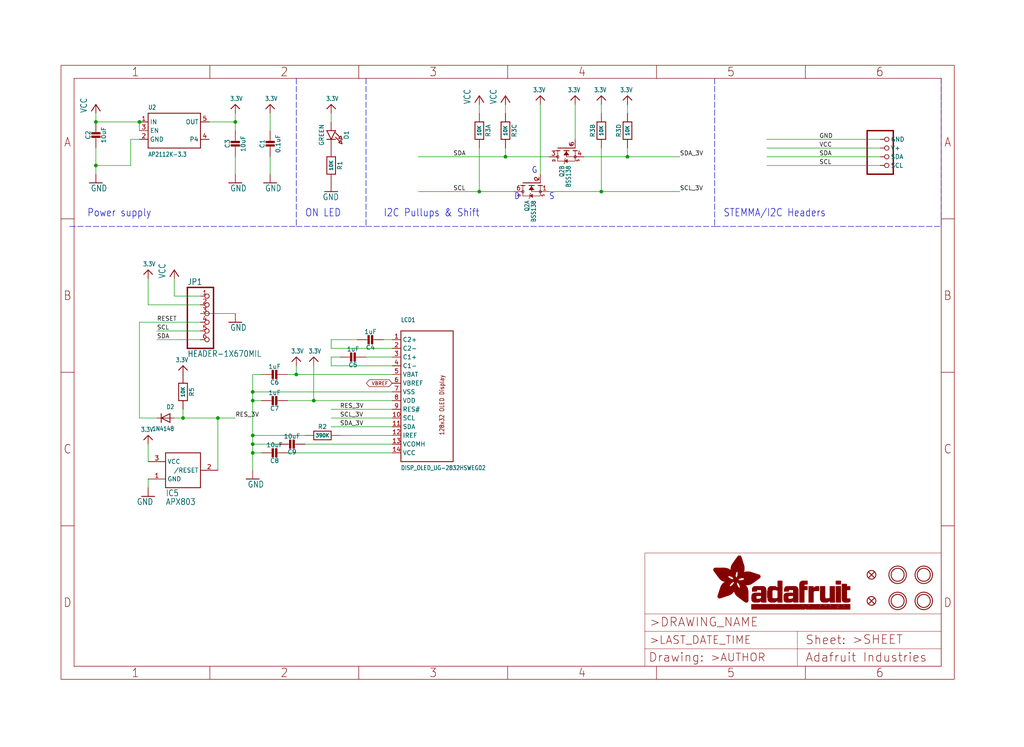
<source format=kicad_sch>
(kicad_sch (version 20211123) (generator eeschema)
  (paper "User" 298.45 217.881)
  (lib_symbols
    (symbol "eagleSchem-eagle-import:3.3V" (power)
      (property "Value" "3.3V" (at -1.524 1.016 0))
      (symbol "3.3V_1_0"
        (pin power_in line (at 0 -2.54 90) (length 2.54) (name "3.3V") (number "1"))
      )
    )
    (symbol "eagleSchem-eagle-import:AXP083-SAG"
      (property "Reference" "IC" (at -5.08 -7.62 0))
      (property "Value" "AXP083-SAG" (at -5.08 -10.16 0))
      (symbol "AXP083-SAG_1_0"
        (pin power_in line (at -10.16 -2.54 0) (length 5.08) (name "GND") (number "1"))
        (pin output line (at 10.16 0 180) (length 5.08) (name "/RESET") (number "2"))
        (pin power_in line (at -10.16 2.54 0) (length 5.08) (name "VCC") (number "3"))
      )
    )
    (symbol "eagleSchem-eagle-import:CAP_CERAMIC0603_NO"
      (property "Reference" "C" (at -2.29 1.25 90))
      (property "Value" "CAP_CERAMIC0603_NO" (at 2.3 1.25 90))
      (symbol "CAP_CERAMIC0603_NO_1_0"
        (pin passive line (at 0 5.08 270) (length 2.54) (name "1") (number "1"))
        (pin passive line (at 0 -2.54 90) (length 2.54) (name "2") (number "2"))
      )
    )
    (symbol "eagleSchem-eagle-import:CAP_CERAMIC0805-NOOUTLINE"
      (property "Reference" "C" (at -2.29 1.25 90))
      (property "Value" "CAP_CERAMIC0805-NOOUTLINE" (at 2.3 1.25 90))
      (symbol "CAP_CERAMIC0805-NOOUTLINE_1_0"
        (pin passive line (at 0 5.08 270) (length 2.54) (name "1") (number "1"))
        (pin passive line (at 0 -2.54 90) (length 2.54) (name "2") (number "2"))
      )
    )
    (symbol "eagleSchem-eagle-import:DIODESOD-323F"
      (property "Reference" "D" (at -2.54 2.54 0))
      (property "Value" "DIODESOD-323F" (at -2.54 -3.81 0))
      (symbol "DIODESOD-323F_1_0"
        (pin passive line (at -2.54 0 0) (length 2.54) (name "A") (number "A"))
        (pin passive line (at 2.54 0 180) (length 2.54) (name "C") (number "C"))
      )
    )
    (symbol "eagleSchem-eagle-import:DISP_OLED_UG-2832HSWEG02"
      (property "Reference" "LCD" (at -7.62 22.86 0))
      (property "Value" "DISP_OLED_UG-2832HSWEG02" (at -7.62 -20.32 0))
      (symbol "DISP_OLED_UG-2832HSWEG02_1_0"
        (text "128x32 OLED Display" (at 5.08 -10.16 900) (effects (font (size 1.27 1.0795)) (justify left bottom)))
        (pin bidirectional line (at -10.16 17.78 0) (length 2.54) (name "C2+") (number "1"))
        (pin bidirectional line (at -10.16 -5.08 0) (length 2.54) (name "SCL") (number "10"))
        (pin bidirectional line (at -10.16 -7.62 0) (length 2.54) (name "SDA") (number "11"))
        (pin bidirectional line (at -10.16 -10.16 0) (length 2.54) (name "IREF") (number "12"))
        (pin power_in line (at -10.16 -12.7 0) (length 2.54) (name "VCOMH") (number "13"))
        (pin power_in line (at -10.16 -15.24 0) (length 2.54) (name "VCC") (number "14"))
        (pin bidirectional line (at -10.16 15.24 0) (length 2.54) (name "C2-") (number "2"))
        (pin bidirectional line (at -10.16 12.7 0) (length 2.54) (name "C1+") (number "3"))
        (pin bidirectional line (at -10.16 10.16 0) (length 2.54) (name "C1-") (number "4"))
        (pin power_in line (at -10.16 7.62 0) (length 2.54) (name "VBAT") (number "5"))
        (pin power_in line (at -10.16 5.08 0) (length 2.54) (name "VBREF") (number "6"))
        (pin power_in line (at -10.16 2.54 0) (length 2.54) (name "VSS") (number "7"))
        (pin power_in line (at -10.16 0 0) (length 2.54) (name "VDD") (number "8"))
        (pin bidirectional line (at -10.16 -2.54 0) (length 2.54) (name "RES#") (number "9"))
      )
    )
    (symbol "eagleSchem-eagle-import:FIDUCIAL_1MM")
    (symbol "eagleSchem-eagle-import:FRAME_A4_ADAFRUIT"
      (symbol "FRAME_A4_ADAFRUIT_0_0"
        (text "1" (at 21.6958 1.905 0) (effects (font (size 2.54 2.286))))
        (text "1" (at 21.6958 177.165 0) (effects (font (size 2.54 2.286))))
        (text "2" (at 65.0875 1.905 0) (effects (font (size 2.54 2.286))))
        (text "2" (at 65.0875 177.165 0) (effects (font (size 2.54 2.286))))
        (text "3" (at 108.4792 1.905 0) (effects (font (size 2.54 2.286))))
        (text "3" (at 108.4792 177.165 0) (effects (font (size 2.54 2.286))))
        (text "4" (at 151.8708 1.905 0) (effects (font (size 2.54 2.286))))
        (text "4" (at 151.8708 177.165 0) (effects (font (size 2.54 2.286))))
        (text "5" (at 195.2625 1.905 0) (effects (font (size 2.54 2.286))))
        (text "5" (at 195.2625 177.165 0) (effects (font (size 2.54 2.286))))
        (text "6" (at 238.6542 1.905 0) (effects (font (size 2.54 2.286))))
        (text "6" (at 238.6542 177.165 0) (effects (font (size 2.54 2.286))))
        (text "A" (at 1.905 156.6863 0) (effects (font (size 2.54 2.286))))
        (text "A" (at 258.445 156.6863 0) (effects (font (size 2.54 2.286))))
        (text "B" (at 1.905 111.9188 0) (effects (font (size 2.54 2.286))))
        (text "B" (at 258.445 111.9188 0) (effects (font (size 2.54 2.286))))
        (text "C" (at 1.905 67.1513 0) (effects (font (size 2.54 2.286))))
        (text "C" (at 258.445 67.1513 0) (effects (font (size 2.54 2.286))))
        (text "D" (at 1.905 22.3838 0) (effects (font (size 2.54 2.286))))
        (text "D" (at 258.445 22.3838 0) (effects (font (size 2.54 2.286))))
      )
      (symbol "FRAME_A4_ADAFRUIT_1_0"
        (text ">AUTHOR" (at 189.23 5.08 0) (effects (font (size 2.286 2.286)) (justify left bottom)))
        (text ">DRAWING_NAME" (at 171.45 15.24 0) (effects (font (size 2.54 2.54)) (justify left bottom)))
        (text ">LAST_DATE_TIME" (at 171.45 10.16 0) (effects (font (size 2.286 2.286)) (justify left bottom)))
        (text ">SHEET" (at 230.505 10.16 0) (effects (font (size 2.54 2.54)) (justify left bottom)))
        (text "Adafruit Industries" (at 216.916 4.953 0) (effects (font (size 2.54 2.54)) (justify left bottom)))
        (text "Drawing:" (at 171.196 4.953 0) (effects (font (size 2.54 2.54)) (justify left bottom)))
        (text "Sheet:" (at 216.916 10.033 0) (effects (font (size 2.54 2.54)) (justify left bottom)))
      )
    )
    (symbol "eagleSchem-eagle-import:GND" (power)
      (property "Value" "GND" (at -2.54 -2.54 0))
      (symbol "GND_1_0"
        (pin power_in line (at 0 2.54 270) (length 2.54) (name "GND") (number "1"))
      )
    )
    (symbol "eagleSchem-eagle-import:HEADER-1X670MIL"
      (property "Reference" "JP" (at -6.35 10.795 0))
      (property "Value" "HEADER-1X670MIL" (at -6.35 -10.16 0))
      (symbol "HEADER-1X670MIL_1_0"
        (pin passive inverted (at -2.54 7.62 0) (length 2.54) (name "1") (number "1"))
        (pin passive inverted (at -2.54 5.08 0) (length 2.54) (name "2") (number "2"))
        (pin passive inverted (at -2.54 2.54 0) (length 2.54) (name "3") (number "3"))
        (pin passive inverted (at -2.54 0 0) (length 2.54) (name "4") (number "4"))
        (pin passive inverted (at -2.54 -2.54 0) (length 2.54) (name "5") (number "5"))
        (pin passive inverted (at -2.54 -5.08 0) (length 2.54) (name "6") (number "6"))
      )
    )
    (symbol "eagleSchem-eagle-import:LED0603_NOOUTLINE"
      (property "Reference" "D" (at -1.27 4.445 0))
      (property "Value" "LED0603_NOOUTLINE" (at -1.27 -2.794 0))
      (symbol "LED0603_NOOUTLINE_1_0"
        (pin passive line (at -5.08 0 0) (length 2.54) (name "A") (number "A"))
        (pin passive line (at 2.54 0 180) (length 2.54) (name "C") (number "C"))
      )
    )
    (symbol "eagleSchem-eagle-import:MOSFET-N_DUAL"
      (property "Reference" "Q" (at 5.08 0.635 0))
      (property "Value" "MOSFET-N_DUAL" (at 5.08 -1.27 0))
      (symbol "MOSFET-N_DUAL_1_0"
        (text "D" (at 3.175 3.175 0) (effects (font (size 0.8128 0.6908)) (justify left bottom)))
        (text "G" (at -1.27 -1.905 0) (effects (font (size 0.8128 0.6908)) (justify left bottom)))
        (text "S" (at 3.175 -3.81 0) (effects (font (size 0.8128 0.6908)) (justify left bottom)))
        (pin bidirectional line (at 2.54 -5.08 90) (length 2.54) (name "S") (number "1"))
        (pin bidirectional line (at -2.54 -2.54 0) (length 2.54) (name "G") (number "2"))
        (pin bidirectional line (at 2.54 5.08 270) (length 2.54) (name "D") (number "6"))
      )
      (symbol "MOSFET-N_DUAL_2_0"
        (text "D" (at 3.175 3.175 0) (effects (font (size 0.8128 0.6908)) (justify left bottom)))
        (text "G" (at -1.27 -1.905 0) (effects (font (size 0.8128 0.6908)) (justify left bottom)))
        (text "S" (at 3.175 -3.81 0) (effects (font (size 0.8128 0.6908)) (justify left bottom)))
        (pin bidirectional line (at 2.54 5.08 270) (length 2.54) (name "D") (number "3"))
        (pin bidirectional line (at 2.54 -5.08 90) (length 2.54) (name "S") (number "4"))
        (pin bidirectional line (at -2.54 -2.54 0) (length 2.54) (name "G") (number "5"))
      )
    )
    (symbol "eagleSchem-eagle-import:MOUNTINGHOLE2.5")
    (symbol "eagleSchem-eagle-import:RESISTOR_0603_NOOUT"
      (property "Reference" "R" (at 0 2.54 0))
      (property "Value" "RESISTOR_0603_NOOUT" (at 0 0 0))
      (symbol "RESISTOR_0603_NOOUT_1_0"
        (pin passive line (at -5.08 0 0) (length 2.54) (name "1") (number "1"))
        (pin passive line (at 5.08 0 180) (length 2.54) (name "2") (number "2"))
      )
    )
    (symbol "eagleSchem-eagle-import:RESISTOR_4PACK"
      (property "Reference" "R" (at 0 2.54 0))
      (property "Value" "RESISTOR_4PACK" (at 0 0 0))
      (symbol "RESISTOR_4PACK_1_0"
        (pin passive line (at -5.08 0 0) (length 2.54) (name "1") (number "1"))
        (pin passive line (at 5.08 0 180) (length 2.54) (name "2") (number "8"))
      )
      (symbol "RESISTOR_4PACK_2_0"
        (pin passive line (at -5.08 0 0) (length 2.54) (name "1") (number "2"))
        (pin passive line (at 5.08 0 180) (length 2.54) (name "2") (number "7"))
      )
      (symbol "RESISTOR_4PACK_3_0"
        (pin passive line (at -5.08 0 0) (length 2.54) (name "1") (number "3"))
        (pin passive line (at 5.08 0 180) (length 2.54) (name "2") (number "6"))
      )
      (symbol "RESISTOR_4PACK_4_0"
        (pin passive line (at -5.08 0 0) (length 2.54) (name "1") (number "4"))
        (pin passive line (at 5.08 0 180) (length 2.54) (name "2") (number "5"))
      )
    )
    (symbol "eagleSchem-eagle-import:STEMMA_I2C_QT"
      (symbol "STEMMA_I2C_QT_1_0"
        (pin passive inverted (at 0 5.08 0) (length 2.54) (name "GND") (number "1"))
        (pin passive inverted (at 0 2.54 0) (length 2.54) (name "V+") (number "2"))
        (pin passive inverted (at 0 0 0) (length 2.54) (name "SDA") (number "3"))
        (pin passive inverted (at 0 -2.54 0) (length 2.54) (name "SCL") (number "4"))
      )
      (symbol "STEMMA_I2C_QT_2_0"
        (pin bidirectional line (at 0 0 0) (length 5.08) (name "MT") (number "MT1"))
      )
      (symbol "STEMMA_I2C_QT_3_0"
        (pin bidirectional line (at 0 0 0) (length 5.08) (name "MT") (number "MT2"))
      )
    )
    (symbol "eagleSchem-eagle-import:VCC" (power)
      (property "Value" "VCC" (at -2.54 -2.54 90))
      (symbol "VCC_1_0"
        (pin power_in line (at 0 -2.54 90) (length 2.54) (name "VCC") (number "1"))
      )
    )
    (symbol "eagleSchem-eagle-import:VREG_SOT23-5"
      (property "Reference" "U" (at -7.62 6.096 0))
      (property "Value" "VREG_SOT23-5" (at -7.62 -7.62 0))
      (symbol "VREG_SOT23-5_1_0"
        (pin power_in line (at -10.16 2.54 0) (length 2.54) (name "IN") (number "1"))
        (pin power_in line (at -10.16 -2.54 0) (length 2.54) (name "GND") (number "2"))
        (pin input line (at -10.16 0 0) (length 2.54) (name "EN") (number "3"))
        (pin bidirectional line (at 10.16 -2.54 180) (length 2.54) (name "P4") (number "4"))
        (pin power_in line (at 10.16 2.54 180) (length 2.54) (name "OUT") (number "5"))
      )
    )
  )
  (junction (at 27.94 48.26))
  (junction (at 73.66 129.54))
  (junction (at 73.66 127))
  (junction (at 182.88 45.72))
  (junction (at 73.66 116.84))
  (junction (at 139.7 55.88))
  (junction (at 86.36 109.22))
  (junction (at 147.32 45.72))
  (junction (at 175.26 55.88))
  (junction (at 91.44 116.84))
  (junction (at 53.34 121.92))
  (junction (at 63.5 121.92))
  (junction (at 27.94 35.56))
  (junction (at 73.66 114.3))
  (junction (at 40.64 35.56))
  (junction (at 68.58 35.56))
  (junction (at 73.66 132.08))
  (wire (pts (xy 68.58 35.56) (xy 68.58 33.02)))
  (wire (pts (xy 73.66 114.3) (xy 73.66 116.84)))
  (wire (pts (xy 182.88 45.72) (xy 198.12 45.72)))
  (wire (pts (xy 256.54 45.72) (xy 223.52 45.72)))
  (wire (pts (xy 68.58 45.72) (xy 68.58 50.8)))
  (wire (pts (xy 147.32 45.72) (xy 121.92 45.72)))
  (wire (pts (xy 76.2 116.84) (xy 73.66 116.84)))
  (wire (pts (xy 50.8 121.92) (xy 53.34 121.92)))
  (wire (pts (xy 27.94 48.26) (xy 27.94 50.8)))
  (wire (pts (xy 86.36 106.68) (xy 86.36 109.22)))
  (wire (pts (xy 96.52 106.68) (xy 114.3 106.68)))
  (wire (pts (xy 114.3 121.92) (xy 96.52 121.92)))
  (wire (pts (xy 96.52 35.56) (xy 96.52 33.02)))
  (wire (pts (xy 147.32 43.18) (xy 147.32 45.72)))
  (wire (pts (xy 114.3 116.84) (xy 91.44 116.84)))
  (wire (pts (xy 58.42 93.98) (xy 40.64 93.98)))
  (wire (pts (xy 45.72 121.92) (xy 40.64 121.92)))
  (wire (pts (xy 91.44 106.68) (xy 91.44 116.84)))
  (wire (pts (xy 63.5 121.92) (xy 68.58 121.92)))
  (wire (pts (xy 38.1 48.26) (xy 27.94 48.26)))
  (wire (pts (xy 27.94 48.26) (xy 27.94 43.18)))
  (wire (pts (xy 73.66 116.84) (xy 73.66 127)))
  (wire (pts (xy 53.34 119.38) (xy 53.34 121.92)))
  (wire (pts (xy 114.3 114.3) (xy 73.66 114.3)))
  (wire (pts (xy 58.42 88.9) (xy 43.18 88.9)))
  (wire (pts (xy 40.64 40.64) (xy 38.1 40.64)))
  (wire (pts (xy 96.52 101.6) (xy 114.3 101.6)))
  (wire (pts (xy 43.18 88.9) (xy 43.18 81.28)))
  (wire (pts (xy 73.66 132.08) (xy 73.66 137.16)))
  (wire (pts (xy 160.02 55.88) (xy 175.26 55.88)))
  (wire (pts (xy 114.3 132.08) (xy 83.82 132.08)))
  (wire (pts (xy 114.3 109.22) (xy 86.36 109.22)))
  (wire (pts (xy 223.52 48.26) (xy 256.54 48.26)))
  (wire (pts (xy 147.32 33.02) (xy 147.32 30.48)))
  (wire (pts (xy 223.52 43.18) (xy 256.54 43.18)))
  (wire (pts (xy 50.8 86.36) (xy 50.8 81.28)))
  (wire (pts (xy 58.42 91.44) (xy 68.58 91.44)))
  (wire (pts (xy 149.86 55.88) (xy 139.7 55.88)))
  (wire (pts (xy 114.3 124.46) (xy 96.52 124.46)))
  (wire (pts (xy 58.42 96.52) (xy 45.72 96.52)))
  (polyline (pts (xy 274.32 22.86) (xy 274.32 66.04)))
  (wire (pts (xy 96.52 104.14) (xy 96.52 106.68)))
  (wire (pts (xy 81.28 129.54) (xy 73.66 129.54)))
  (polyline (pts (xy 106.68 66.04) (xy 208.28 66.04)))
  (wire (pts (xy 99.06 104.14) (xy 96.52 104.14)))
  (wire (pts (xy 73.66 109.22) (xy 73.66 114.3)))
  (wire (pts (xy 43.18 134.62) (xy 43.18 129.54)))
  (polyline (pts (xy 86.36 66.04) (xy 106.68 66.04)))
  (wire (pts (xy 182.88 43.18) (xy 182.88 45.72)))
  (wire (pts (xy 96.52 99.06) (xy 96.52 101.6)))
  (wire (pts (xy 68.58 35.56) (xy 68.58 38.1)))
  (wire (pts (xy 40.64 35.56) (xy 27.94 35.56)))
  (polyline (pts (xy 86.36 22.86) (xy 86.36 66.04)))
  (wire (pts (xy 139.7 30.48) (xy 139.7 33.02)))
  (wire (pts (xy 175.26 55.88) (xy 198.12 55.88)))
  (wire (pts (xy 76.2 132.08) (xy 73.66 132.08)))
  (wire (pts (xy 88.9 127) (xy 73.66 127)))
  (wire (pts (xy 175.26 43.18) (xy 175.26 55.88)))
  (wire (pts (xy 182.88 33.02) (xy 182.88 30.48)))
  (wire (pts (xy 58.42 86.36) (xy 50.8 86.36)))
  (wire (pts (xy 63.5 137.16) (xy 63.5 121.92)))
  (wire (pts (xy 43.18 139.7) (xy 43.18 142.24)))
  (wire (pts (xy 175.26 33.02) (xy 175.26 30.48)))
  (wire (pts (xy 60.96 35.56) (xy 68.58 35.56)))
  (wire (pts (xy 170.18 45.72) (xy 182.88 45.72)))
  (wire (pts (xy 160.02 45.72) (xy 147.32 45.72)))
  (wire (pts (xy 78.74 33.02) (xy 78.74 38.1)))
  (wire (pts (xy 114.3 99.06) (xy 111.76 99.06)))
  (wire (pts (xy 256.54 40.64) (xy 223.52 40.64)))
  (wire (pts (xy 114.3 127) (xy 99.06 127)))
  (wire (pts (xy 104.14 99.06) (xy 96.52 99.06)))
  (wire (pts (xy 40.64 38.1) (xy 40.64 35.56)))
  (polyline (pts (xy 106.68 22.86) (xy 106.68 66.04)))
  (wire (pts (xy 58.42 99.06) (xy 45.72 99.06)))
  (wire (pts (xy 139.7 43.18) (xy 139.7 55.88)))
  (wire (pts (xy 73.66 127) (xy 73.66 129.54)))
  (polyline (pts (xy 20.32 66.04) (xy 86.36 66.04)))
  (wire (pts (xy 86.36 109.22) (xy 83.82 109.22)))
  (wire (pts (xy 114.3 119.38) (xy 96.52 119.38)))
  (wire (pts (xy 53.34 121.92) (xy 63.5 121.92)))
  (wire (pts (xy 40.64 121.92) (xy 40.64 93.98)))
  (polyline (pts (xy 208.28 66.04) (xy 274.32 66.04)))
  (wire (pts (xy 114.3 104.14) (xy 106.68 104.14)))
  (wire (pts (xy 167.64 40.64) (xy 167.64 30.48)))
  (wire (pts (xy 157.48 50.8) (xy 157.48 30.48)))
  (wire (pts (xy 27.94 33.02) (xy 27.94 35.56)))
  (wire (pts (xy 78.74 45.72) (xy 78.74 50.8)))
  (wire (pts (xy 38.1 40.64) (xy 38.1 48.26)))
  (wire (pts (xy 139.7 55.88) (xy 121.92 55.88)))
  (wire (pts (xy 114.3 129.54) (xy 88.9 129.54)))
  (polyline (pts (xy 208.28 22.86) (xy 208.28 66.04)))
  (wire (pts (xy 73.66 129.54) (xy 73.66 132.08)))
  (wire (pts (xy 76.2 109.22) (xy 73.66 109.22)))
  (wire (pts (xy 91.44 116.84) (xy 83.82 116.84)))
  (text "G" (at 154.94 50.8 180) (effects (font (size 1.778 1.5113)) (justify left bottom)))
  (text "ON LED" (at 88.9 63.5 180) (effects (font (size 2.1844 1.8567)) (justify left bottom)))
  (text "STEMMA/I2C Headers" (at 210.82 63.5 180) (effects (font (size 2.1844 1.8567)) (justify left bottom)))
  (text "Power supply" (at 25.4 63.5 180) (effects (font (size 2.1844 1.8567)) (justify left bottom)))
  (text "I2C Pullups & Shift" (at 111.76 63.5 180) (effects (font (size 2.1844 1.8567)) (justify left bottom)))
  (text "S" (at 160.02 58.42 180) (effects (font (size 1.778 1.5113)) (justify left bottom)))
  (text "D" (at 149.86 58.42 180) (effects (font (size 1.778 1.5113)) (justify left bottom)))
  (label "SCL" (at 45.72 96.52 0) (effects (font (size 1.2446 1.2446))))
  (label "SDA" (at 238.76 45.72 0) (effects (font (size 1.2446 1.2446))))
  (label "SDA_3V" (at 99.06 124.46 0) (effects (font (size 1.2446 1.2446))))
  (label "SCL" (at 238.76 48.26 0) (effects (font (size 1.2446 1.2446))))
  (label "GND" (at 238.76 40.64 0) (effects (font (size 1.2446 1.2446))))
  (label "RESET" (at 45.72 93.98 0) (effects (font (size 1.2446 1.2446))))
  (label "SDA" (at 45.72 99.06 0) (effects (font (size 1.2446 1.2446))))
  (label "SCL_3V" (at 99.06 121.92 0) (effects (font (size 1.2446 1.2446))))
  (label "SCL_3V" (at 198.12 55.88 0) (effects (font (size 1.2446 1.2446))))
  (label "SDA_3V" (at 198.12 45.72 0) (effects (font (size 1.2446 1.2446))))
  (label "RES_3V" (at 99.06 119.38 0) (effects (font (size 1.2446 1.2446))))
  (label "VCC" (at 238.76 43.18 0) (effects (font (size 1.2446 1.2446))))
  (label "SDA" (at 132.08 45.72 0) (effects (font (size 1.2446 1.2446))))
  (label "RES_3V" (at 68.58 121.92 0) (effects (font (size 1.2446 1.2446))))
  (label "SCL" (at 132.08 55.88 0) (effects (font (size 1.2446 1.2446))))
  (global_label "VBREF" (shape bidirectional) (at 114.3 111.76 180) (effects (font (size 1.016 1.016))) (property "Intersheet References" "${INTERSHEET_REFS}" (effects hide)))
  (symbol (lib_id "eagleSchem-eagle-import:RESISTOR_4PACK") (at 175.26 38.1 90) (mirror x) (unit 2)
    (property "Reference" "R3" (at 172.72 38.1 0))
    (property "Value" "10K" (at 175.26 38.1 0) (effects (font (size 1.016 1.016) bold)))
    (property "Footprint" "eagleSchem:RESPACK_4X0603" (effects hide))
  )
  (symbol (lib_id "eagleSchem-eagle-import:CAP_CERAMIC0805-NOOUTLINE") (at 104.14 104.14 90) (unit 1)
    (property "Reference" "C5" (at 102.89 106.43 90))
    (property "Value" "1uF" (at 102.89 101.84 90))
    (property "Footprint" "eagleSchem:0805-NO" (effects hide))
  )
  (symbol (lib_id "eagleSchem-eagle-import:3.3V") (at 43.18 78.74 0) (unit 1)
    (property "Reference" "#U$16" (effects hide))
    (property "Value" "3.3V" (at 41.656 77.724 0) (effects (font (size 1.27 1.0795)) (justify left bottom)))
    (property "Footprint" "eagleSchem:" (effects hide))
  )
  (symbol (lib_id "eagleSchem-eagle-import:GND") (at 43.18 144.78 0) (mirror y) (unit 1)
    (property "Reference" "#U$2" (effects hide))
    (property "Value" "GND" (at 44.704 147.32 0) (effects (font (size 1.778 1.5113)) (justify left bottom)))
    (property "Footprint" "eagleSchem:" (effects hide))
  )
  (symbol (lib_id "eagleSchem-eagle-import:LED0603_NOOUTLINE") (at 96.52 40.64 270) (unit 1)
    (property "Reference" "D1" (at 100.965 39.37 0))
    (property "Value" "GREEN" (at 93.726 39.37 0))
    (property "Footprint" "eagleSchem:CHIPLED_0603_NOOUTLINE" (effects hide))
  )
  (symbol (lib_id "eagleSchem-eagle-import:CAP_CERAMIC0805-NOOUTLINE") (at 68.58 43.18 0) (unit 1)
    (property "Reference" "C3" (at 66.29 41.93 90))
    (property "Value" "10uF" (at 70.88 41.93 90))
    (property "Footprint" "eagleSchem:0805-NO" (effects hide))
  )
  (symbol (lib_id "eagleSchem-eagle-import:VCC") (at 147.32 27.94 0) (unit 1)
    (property "Reference" "#P+2" (effects hide))
    (property "Value" "VCC" (at 144.78 30.48 90) (effects (font (size 1.778 1.5113)) (justify left bottom)))
    (property "Footprint" "eagleSchem:" (effects hide))
  )
  (symbol (lib_id "eagleSchem-eagle-import:CAP_CERAMIC0805-NOOUTLINE") (at 81.28 132.08 90) (unit 1)
    (property "Reference" "C8" (at 80.03 134.37 90))
    (property "Value" "10uF" (at 80.03 129.78 90))
    (property "Footprint" "eagleSchem:0805-NO" (effects hide))
  )
  (symbol (lib_id "eagleSchem-eagle-import:MOSFET-N_DUAL") (at 154.94 53.34 90) (mirror x) (unit 1)
    (property "Reference" "Q2" (at 154.305 58.42 0) (effects (font (size 1.27 1.0795)) (justify left bottom)))
    (property "Value" "BSS138" (at 156.21 58.42 0) (effects (font (size 1.27 1.0795)) (justify left bottom)))
    (property "Footprint" "eagleSchem:SOT363" (effects hide))
  )
  (symbol (lib_id "eagleSchem-eagle-import:GND") (at 68.58 53.34 0) (unit 1)
    (property "Reference" "#U$5" (effects hide))
    (property "Value" "GND" (at 67.056 55.88 0) (effects (font (size 1.778 1.5113)) (justify left bottom)))
    (property "Footprint" "eagleSchem:" (effects hide))
  )
  (symbol (lib_id "eagleSchem-eagle-import:3.3V") (at 91.44 104.14 0) (unit 1)
    (property "Reference" "#U$9" (effects hide))
    (property "Value" "3.3V" (at 89.916 103.124 0) (effects (font (size 1.27 1.0795)) (justify left bottom)))
    (property "Footprint" "eagleSchem:" (effects hide))
  )
  (symbol (lib_id "eagleSchem-eagle-import:3.3V") (at 86.36 104.14 0) (unit 1)
    (property "Reference" "#U$8" (effects hide))
    (property "Value" "3.3V" (at 84.836 103.124 0) (effects (font (size 1.27 1.0795)) (justify left bottom)))
    (property "Footprint" "eagleSchem:" (effects hide))
  )
  (symbol (lib_id "eagleSchem-eagle-import:3.3V") (at 157.48 27.94 0) (mirror y) (unit 1)
    (property "Reference" "#U$26" (effects hide))
    (property "Value" "3.3V" (at 159.004 26.924 0) (effects (font (size 1.27 1.0795)) (justify left bottom)))
    (property "Footprint" "eagleSchem:" (effects hide))
  )
  (symbol (lib_id "eagleSchem-eagle-import:MOSFET-N_DUAL") (at 165.1 43.18 90) (mirror x) (unit 2)
    (property "Reference" "Q2" (at 164.465 48.26 0) (effects (font (size 1.27 1.0795)) (justify left bottom)))
    (property "Value" "BSS138" (at 166.37 48.26 0) (effects (font (size 1.27 1.0795)) (justify left bottom)))
    (property "Footprint" "eagleSchem:SOT363" (effects hide))
  )
  (symbol (lib_id "eagleSchem-eagle-import:VCC") (at 139.7 27.94 0) (unit 1)
    (property "Reference" "#P+1" (effects hide))
    (property "Value" "VCC" (at 137.16 30.48 90) (effects (font (size 1.778 1.5113)) (justify left bottom)))
    (property "Footprint" "eagleSchem:" (effects hide))
  )
  (symbol (lib_id "eagleSchem-eagle-import:CAP_CERAMIC0805-NOOUTLINE") (at 81.28 116.84 90) (unit 1)
    (property "Reference" "C7" (at 80.03 119.13 90))
    (property "Value" "1uF" (at 80.03 114.54 90))
    (property "Footprint" "eagleSchem:0805-NO" (effects hide))
  )
  (symbol (lib_id "eagleSchem-eagle-import:RESISTOR_4PACK") (at 182.88 38.1 90) (mirror x) (unit 4)
    (property "Reference" "R3" (at 180.34 38.1 0))
    (property "Value" "10K" (at 182.88 38.1 0) (effects (font (size 1.016 1.016) bold)))
    (property "Footprint" "eagleSchem:RESPACK_4X0603" (effects hide))
  )
  (symbol (lib_id "eagleSchem-eagle-import:CAP_CERAMIC0805-NOOUTLINE") (at 27.94 40.64 0) (unit 1)
    (property "Reference" "C2" (at 25.65 39.39 90))
    (property "Value" "10uF" (at 30.24 39.39 90))
    (property "Footprint" "eagleSchem:0805-NO" (effects hide))
  )
  (symbol (lib_id "eagleSchem-eagle-import:CAP_CERAMIC0805-NOOUTLINE") (at 81.28 109.22 90) (unit 1)
    (property "Reference" "C6" (at 80.03 111.51 90))
    (property "Value" "1uF" (at 80.03 106.92 90))
    (property "Footprint" "eagleSchem:0805-NO" (effects hide))
  )
  (symbol (lib_id "eagleSchem-eagle-import:FRAME_A4_ADAFRUIT") (at 17.78 198.12 0) (unit 1)
    (property "Reference" "#U$18" (effects hide))
    (property "Value" "FRAME_A4_ADAFRUIT" (effects hide))
    (property "Footprint" "eagleSchem:" (effects hide))
  )
  (symbol (lib_id "eagleSchem-eagle-import:GND") (at 68.58 93.98 0) (unit 1)
    (property "Reference" "#U$10" (effects hide))
    (property "Value" "GND" (at 67.056 96.52 0) (effects (font (size 1.778 1.5113)) (justify left bottom)))
    (property "Footprint" "eagleSchem:" (effects hide))
  )
  (symbol (lib_id "eagleSchem-eagle-import:GND") (at 27.94 53.34 0) (unit 1)
    (property "Reference" "#U$13" (effects hide))
    (property "Value" "GND" (at 26.416 55.88 0) (effects (font (size 1.778 1.5113)) (justify left bottom)))
    (property "Footprint" "eagleSchem:" (effects hide))
  )
  (symbol (lib_id "eagleSchem-eagle-import:VREG_SOT23-5") (at 50.8 38.1 0) (unit 1)
    (property "Reference" "U2" (at 43.18 32.004 0) (effects (font (size 1.27 1.0795)) (justify left bottom)))
    (property "Value" "AP2112K-3.3" (at 43.18 45.72 0) (effects (font (size 1.27 1.0795)) (justify left bottom)))
    (property "Footprint" "eagleSchem:SOT23-5" (effects hide))
  )
  (symbol (lib_id "eagleSchem-eagle-import:DIODESOD-323F") (at 48.26 121.92 0) (mirror y) (unit 1)
    (property "Reference" "D2" (at 50.8 119.38 0) (effects (font (size 1.27 1.0795)) (justify left bottom)))
    (property "Value" "1N4148" (at 50.8 125.73 0) (effects (font (size 1.27 1.0795)) (justify left bottom)))
    (property "Footprint" "eagleSchem:SOD-323F" (effects hide))
  )
  (symbol (lib_id "eagleSchem-eagle-import:3.3V") (at 68.58 30.48 0) (unit 1)
    (property "Reference" "#U$15" (effects hide))
    (property "Value" "3.3V" (at 67.056 29.464 0) (effects (font (size 1.27 1.0795)) (justify left bottom)))
    (property "Footprint" "eagleSchem:" (effects hide))
  )
  (symbol (lib_id "eagleSchem-eagle-import:CAP_CERAMIC0805-NOOUTLINE") (at 86.36 129.54 90) (unit 1)
    (property "Reference" "C9" (at 85.11 131.83 90))
    (property "Value" "10uF" (at 85.11 127.24 90))
    (property "Footprint" "eagleSchem:0805-NO" (effects hide))
  )
  (symbol (lib_id "eagleSchem-eagle-import:CAP_CERAMIC0603_NO") (at 78.74 43.18 0) (unit 1)
    (property "Reference" "C1" (at 76.45 41.93 90))
    (property "Value" "0.1uF" (at 81.04 41.93 90))
    (property "Footprint" "eagleSchem:0603-NO" (effects hide))
  )
  (symbol (lib_id "eagleSchem-eagle-import:AXP083-SAG") (at 53.34 137.16 0) (unit 1)
    (property "Reference" "IC5" (at 48.26 144.78 0) (effects (font (size 1.778 1.5113)) (justify left bottom)))
    (property "Value" "APX803" (at 48.26 147.32 0) (effects (font (size 1.778 1.5113)) (justify left bottom)))
    (property "Footprint" "eagleSchem:SOT23" (effects hide))
  )
  (symbol (lib_id "eagleSchem-eagle-import:RESISTOR_0603_NOOUT") (at 93.98 127 0) (unit 1)
    (property "Reference" "R2" (at 93.98 124.46 0))
    (property "Value" "390K" (at 93.98 127 0) (effects (font (size 1.016 1.016) bold)))
    (property "Footprint" "eagleSchem:0603-NO" (effects hide))
  )
  (symbol (lib_id "eagleSchem-eagle-import:GND") (at 78.74 53.34 0) (unit 1)
    (property "Reference" "#U$6" (effects hide))
    (property "Value" "GND" (at 77.216 55.88 0) (effects (font (size 1.778 1.5113)) (justify left bottom)))
    (property "Footprint" "eagleSchem:" (effects hide))
  )
  (symbol (lib_id "eagleSchem-eagle-import:STEMMA_I2C_QT") (at 256.54 45.72 0) (unit 1)
    (property "Reference" "CONN4" (effects hide))
    (property "Value" "STEMMA_I2C_QT" (effects hide))
    (property "Footprint" "eagleSchem:JST_SH4" (effects hide))
  )
  (symbol (lib_id "eagleSchem-eagle-import:MOUNTINGHOLE2.5") (at 269.24 167.64 0) (unit 1)
    (property "Reference" "U$19" (effects hide))
    (property "Value" "MOUNTINGHOLE2.5" (effects hide))
    (property "Footprint" "eagleSchem:MOUNTINGHOLE_2.5_PLATED" (effects hide))
  )
  (symbol (lib_id "eagleSchem-eagle-import:MOUNTINGHOLE2.5") (at 261.62 175.26 0) (unit 1)
    (property "Reference" "U$1" (effects hide))
    (property "Value" "MOUNTINGHOLE2.5" (effects hide))
    (property "Footprint" "eagleSchem:MOUNTINGHOLE_2.5_PLATED" (effects hide))
  )
  (symbol (lib_id "eagleSchem-eagle-import:3.3V") (at 96.52 30.48 0) (unit 1)
    (property "Reference" "#U$3" (effects hide))
    (property "Value" "3.3V" (at 94.996 29.464 0) (effects (font (size 1.27 1.0795)) (justify left bottom)))
    (property "Footprint" "eagleSchem:" (effects hide))
  )
  (symbol (lib_id "eagleSchem-eagle-import:HEADER-1X670MIL") (at 60.96 93.98 0) (unit 1)
    (property "Reference" "JP1" (at 54.61 83.185 0) (effects (font (size 1.778 1.5113)) (justify left bottom)))
    (property "Value" "HEADER-1X670MIL" (at 54.61 104.14 0) (effects (font (size 1.778 1.5113)) (justify left bottom)))
    (property "Footprint" "eagleSchem:1X06_ROUND_70" (effects hide))
  )
  (symbol (lib_id "eagleSchem-eagle-import:RESISTOR_0603_NOOUT") (at 96.52 48.26 270) (unit 1)
    (property "Reference" "R1" (at 99.06 48.26 0))
    (property "Value" "10K" (at 96.52 48.26 0) (effects (font (size 1.016 1.016) bold)))
    (property "Footprint" "eagleSchem:0603-NO" (effects hide))
  )
  (symbol (lib_id "eagleSchem-eagle-import:3.3V") (at 182.88 27.94 0) (mirror y) (unit 1)
    (property "Reference" "#U$7" (effects hide))
    (property "Value" "3.3V" (at 184.404 26.924 0) (effects (font (size 1.27 1.0795)) (justify left bottom)))
    (property "Footprint" "eagleSchem:" (effects hide))
  )
  (symbol (lib_id "eagleSchem-eagle-import:RESISTOR_0603_NOOUT") (at 53.34 114.3 270) (mirror x) (unit 1)
    (property "Reference" "R5" (at 55.88 114.3 0))
    (property "Value" "10K" (at 53.34 114.3 0) (effects (font (size 1.016 1.016) bold)))
    (property "Footprint" "eagleSchem:0603-NO" (effects hide))
  )
  (symbol (lib_id "eagleSchem-eagle-import:MOUNTINGHOLE2.5") (at 261.62 167.64 0) (unit 1)
    (property "Reference" "U$17" (effects hide))
    (property "Value" "MOUNTINGHOLE2.5" (effects hide))
    (property "Footprint" "eagleSchem:MOUNTINGHOLE_2.5_PLATED" (effects hide))
  )
  (symbol (lib_id "eagleSchem-eagle-import:RESISTOR_4PACK") (at 147.32 38.1 270) (unit 3)
    (property "Reference" "R3" (at 149.86 38.1 0))
    (property "Value" "10K" (at 147.32 38.1 0) (effects (font (size 1.016 1.016) bold)))
    (property "Footprint" "eagleSchem:RESPACK_4X0603" (effects hide))
  )
  (symbol (lib_id "eagleSchem-eagle-import:DISP_OLED_UG-2832HSWEG02") (at 124.46 116.84 0) (unit 1)
    (property "Reference" "LCD1" (at 116.84 93.98 0) (effects (font (size 1.27 1.0795)) (justify left bottom)))
    (property "Value" "DISP_OLED_UG-2832HSWEG02" (at 116.84 137.16 0) (effects (font (size 1.27 1.0795)) (justify left bottom)))
    (property "Footprint" "eagleSchem:UG-2832HSWEG02_WRAPUNDER" (effects hide))
  )
  (symbol (lib_id "eagleSchem-eagle-import:3.3V") (at 175.26 27.94 0) (mirror y) (unit 1)
    (property "Reference" "#U$24" (effects hide))
    (property "Value" "3.3V" (at 176.784 26.924 0) (effects (font (size 1.27 1.0795)) (justify left bottom)))
    (property "Footprint" "eagleSchem:" (effects hide))
  )
  (symbol (lib_id "eagleSchem-eagle-import:3.3V") (at 53.34 106.68 0) (mirror y) (unit 1)
    (property "Reference" "#U$34" (effects hide))
    (property "Value" "3.3V" (at 54.864 105.664 0) (effects (font (size 1.27 1.0795)) (justify left bottom)))
    (property "Footprint" "eagleSchem:" (effects hide))
  )
  (symbol (lib_id "eagleSchem-eagle-import:CAP_CERAMIC0805-NOOUTLINE") (at 109.22 99.06 90) (unit 1)
    (property "Reference" "C4" (at 107.97 101.35 90))
    (property "Value" "1uF" (at 107.97 96.76 90))
    (property "Footprint" "eagleSchem:0805-NO" (effects hide))
  )
  (symbol (lib_id "eagleSchem-eagle-import:FIDUCIAL_1MM") (at 254 175.26 0) (unit 1)
    (property "Reference" "FID3" (effects hide))
    (property "Value" "FIDUCIAL_1MM" (effects hide))
    (property "Footprint" "eagleSchem:FIDUCIAL_1MM" (effects hide))
  )
  (symbol (lib_id "eagleSchem-eagle-import:VCC") (at 50.8 78.74 0) (unit 1)
    (property "Reference" "#P+4" (effects hide))
    (property "Value" "VCC" (at 48.26 81.28 90) (effects (font (size 1.778 1.5113)) (justify left bottom)))
    (property "Footprint" "eagleSchem:" (effects hide))
  )
  (symbol (lib_id "eagleSchem-eagle-import:RESISTOR_4PACK") (at 139.7 38.1 270) (unit 1)
    (property "Reference" "R3" (at 142.24 38.1 0))
    (property "Value" "10K" (at 139.7 38.1 0) (effects (font (size 1.016 1.016) bold)))
    (property "Footprint" "eagleSchem:RESPACK_4X0603" (effects hide))
  )
  (symbol (lib_id "eagleSchem-eagle-import:3.3V") (at 78.74 30.48 0) (unit 1)
    (property "Reference" "#U$14" (effects hide))
    (property "Value" "3.3V" (at 77.216 29.464 0) (effects (font (size 1.27 1.0795)) (justify left bottom)))
    (property "Footprint" "eagleSchem:" (effects hide))
  )
  (symbol (lib_id "eagleSchem-eagle-import:GND") (at 96.52 55.88 0) (unit 1)
    (property "Reference" "#GND6" (effects hide))
    (property "Value" "GND" (at 93.98 58.42 0) (effects (font (size 1.778 1.5113)) (justify left bottom)))
    (property "Footprint" "eagleSchem:" (effects hide))
  )
  (symbol (lib_id "eagleSchem-eagle-import:VCC") (at 27.94 30.48 0) (unit 1)
    (property "Reference" "#P+3" (effects hide))
    (property "Value" "VCC" (at 25.4 33.02 90) (effects (font (size 1.778 1.5113)) (justify left bottom)))
    (property "Footprint" "eagleSchem:" (effects hide))
  )
  (symbol (lib_id "eagleSchem-eagle-import:3.3V") (at 43.18 127 0) (mirror y) (unit 1)
    (property "Reference" "#U$11" (effects hide))
    (property "Value" "3.3V" (at 44.704 125.984 0) (effects (font (size 1.27 1.0795)) (justify left bottom)))
    (property "Footprint" "eagleSchem:" (effects hide))
  )
  (symbol (lib_id "eagleSchem-eagle-import:3.3V") (at 167.64 27.94 0) (mirror y) (unit 1)
    (property "Reference" "#U$23" (effects hide))
    (property "Value" "3.3V" (at 169.164 26.924 0) (effects (font (size 1.27 1.0795)) (justify left bottom)))
    (property "Footprint" "eagleSchem:" (effects hide))
  )
  (symbol (lib_id "eagleSchem-eagle-import:FIDUCIAL_1MM") (at 254 167.64 0) (unit 1)
    (property "Reference" "FID4" (effects hide))
    (property "Value" "FIDUCIAL_1MM" (effects hide))
    (property "Footprint" "eagleSchem:FIDUCIAL_1MM" (effects hide))
  )
  (symbol (lib_id "eagleSchem-eagle-import:GND") (at 73.66 139.7 0) (unit 1)
    (property "Reference" "#U$4" (effects hide))
    (property "Value" "GND" (at 72.136 142.24 0) (effects (font (size 1.778 1.5113)) (justify left bottom)))
    (property "Footprint" "eagleSchem:" (effects hide))
  )
  (symbol (lib_id "eagleSchem-eagle-import:MOUNTINGHOLE2.5") (at 269.24 175.26 0) (unit 1)
    (property "Reference" "U$21" (effects hide))
    (property "Value" "MOUNTINGHOLE2.5" (effects hide))
    (property "Footprint" "eagleSchem:MOUNTINGHOLE_2.5_PLATED" (effects hide))
  )
)
</source>
